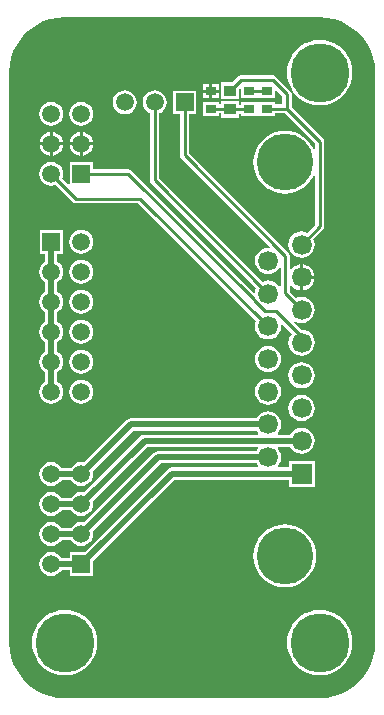
<source format=gtl>
G04 Layer_Physical_Order=1*
G04 Layer_Color=255*
%FSLAX24Y24*%
%MOIN*%
G70*
G01*
G75*
%ADD10R,0.0354X0.0276*%
%ADD11R,0.0394X0.0374*%
%ADD12C,0.0100*%
%ADD13C,0.0200*%
%ADD14R,0.0665X0.0665*%
%ADD15C,0.0665*%
%ADD16C,0.1890*%
%ADD17C,0.0591*%
%ADD18R,0.0591X0.0591*%
%ADD19R,0.0591X0.0591*%
%ADD20C,0.1969*%
G36*
X8741Y20833D02*
X8979Y20786D01*
X9208Y20708D01*
X9424Y20601D01*
X9626Y20467D01*
X9807Y20307D01*
X9967Y20126D01*
X10101Y19924D01*
X10208Y19708D01*
X10286Y19479D01*
X10333Y19241D01*
X10348Y19007D01*
X10347Y19000D01*
Y0D01*
X10348Y-7D01*
X10333Y-241D01*
X10286Y-479D01*
X10208Y-708D01*
X10101Y-924D01*
X9967Y-1126D01*
X9807Y-1307D01*
X9626Y-1467D01*
X9424Y-1601D01*
X9208Y-1708D01*
X8979Y-1786D01*
X8741Y-1833D01*
X8507Y-1848D01*
X8500Y-1847D01*
X0D01*
X-7Y-1848D01*
X-241Y-1833D01*
X-479Y-1786D01*
X-708Y-1708D01*
X-924Y-1601D01*
X-1126Y-1467D01*
X-1307Y-1307D01*
X-1467Y-1126D01*
X-1601Y-924D01*
X-1708Y-708D01*
X-1786Y-479D01*
X-1833Y-241D01*
X-1848Y-7D01*
X-1847Y0D01*
Y19000D01*
X-1848Y19007D01*
X-1833Y19241D01*
X-1786Y19479D01*
X-1708Y19708D01*
X-1601Y19924D01*
X-1467Y20126D01*
X-1307Y20307D01*
X-1126Y20467D01*
X-924Y20601D01*
X-708Y20708D01*
X-479Y20786D01*
X-241Y20833D01*
X-7Y20848D01*
X0Y20847D01*
X8500D01*
X8507Y20848D01*
X8741Y20833D01*
D02*
G37*
%LPC*%
G36*
X559Y10758D02*
X456Y10745D01*
X360Y10705D01*
X277Y10642D01*
X214Y10559D01*
X174Y10463D01*
X160Y10360D01*
X174Y10257D01*
X214Y10160D01*
X277Y10078D01*
X360Y10014D01*
X456Y9975D01*
X559Y9961D01*
X662Y9975D01*
X758Y10014D01*
X841Y10078D01*
X904Y10160D01*
X944Y10257D01*
X958Y10360D01*
X944Y10463D01*
X904Y10559D01*
X841Y10642D01*
X758Y10705D01*
X662Y10745D01*
X559Y10758D01*
D02*
G37*
G36*
Y11758D02*
X456Y11745D01*
X360Y11705D01*
X277Y11642D01*
X214Y11559D01*
X174Y11463D01*
X160Y11360D01*
X174Y11257D01*
X214Y11160D01*
X277Y11078D01*
X360Y11014D01*
X456Y10975D01*
X559Y10961D01*
X662Y10975D01*
X758Y11014D01*
X841Y11078D01*
X904Y11160D01*
X944Y11257D01*
X958Y11360D01*
X944Y11463D01*
X904Y11559D01*
X841Y11642D01*
X758Y11705D01*
X662Y11745D01*
X559Y11758D01*
D02*
G37*
G36*
Y9758D02*
X456Y9745D01*
X360Y9705D01*
X277Y9642D01*
X214Y9559D01*
X174Y9463D01*
X160Y9360D01*
X174Y9257D01*
X214Y9160D01*
X277Y9078D01*
X360Y9014D01*
X456Y8975D01*
X559Y8961D01*
X662Y8975D01*
X758Y9014D01*
X841Y9078D01*
X904Y9160D01*
X944Y9257D01*
X958Y9360D01*
X944Y9463D01*
X904Y9559D01*
X841Y9642D01*
X758Y9705D01*
X662Y9745D01*
X559Y9758D01*
D02*
G37*
G36*
X6781Y9886D02*
X6668Y9872D01*
X6563Y9828D01*
X6473Y9759D01*
X6403Y9668D01*
X6360Y9563D01*
X6345Y9450D01*
X6360Y9337D01*
X6403Y9232D01*
X6473Y9141D01*
X6563Y9072D01*
X6668Y9028D01*
X6781Y9014D01*
X6894Y9028D01*
X6999Y9072D01*
X7090Y9141D01*
X7159Y9232D01*
X7203Y9337D01*
X7218Y9450D01*
X7203Y9563D01*
X7159Y9668D01*
X7090Y9759D01*
X6999Y9828D01*
X6894Y9872D01*
X6781Y9886D01*
D02*
G37*
G36*
X559Y12758D02*
X456Y12745D01*
X360Y12705D01*
X277Y12642D01*
X214Y12559D01*
X174Y12463D01*
X160Y12360D01*
X174Y12257D01*
X214Y12160D01*
X277Y12078D01*
X360Y12014D01*
X456Y11975D01*
X559Y11961D01*
X662Y11975D01*
X758Y12014D01*
X841Y12078D01*
X904Y12160D01*
X944Y12257D01*
X958Y12360D01*
X944Y12463D01*
X904Y12559D01*
X841Y12642D01*
X758Y12705D01*
X662Y12745D01*
X559Y12758D01*
D02*
G37*
G36*
X7949Y12606D02*
Y12226D01*
X8329D01*
X8321Y12289D01*
X8277Y12395D01*
X8208Y12485D01*
X8117Y12554D01*
X8012Y12598D01*
X7949Y12606D01*
D02*
G37*
G36*
X3000Y18402D02*
X2897Y18388D01*
X2801Y18348D01*
X2718Y18285D01*
X2655Y18202D01*
X2615Y18106D01*
X2601Y18003D01*
X2615Y17900D01*
X2655Y17804D01*
X2718Y17721D01*
X2801Y17658D01*
X2847Y17638D01*
Y15412D01*
X2859Y15354D01*
X2892Y15304D01*
X6387Y11809D01*
X6360Y11744D01*
X6352Y11685D01*
X6299Y11667D01*
X2238Y15728D01*
X2189Y15761D01*
X2130Y15773D01*
X954D01*
Y16015D01*
X164D01*
Y15297D01*
X117Y15278D01*
X-75Y15470D01*
X-56Y15517D01*
X-42Y15620D01*
X-56Y15723D01*
X-96Y15819D01*
X-159Y15902D01*
X-242Y15965D01*
X-338Y16005D01*
X-441Y16018D01*
X-544Y16005D01*
X-640Y15965D01*
X-723Y15902D01*
X-786Y15819D01*
X-826Y15723D01*
X-840Y15620D01*
X-826Y15517D01*
X-786Y15420D01*
X-723Y15338D01*
X-640Y15275D01*
X-544Y15235D01*
X-441Y15221D01*
X-338Y15235D01*
X-291Y15254D01*
X271Y14692D01*
X320Y14659D01*
X379Y14647D01*
X2458D01*
X6387Y10719D01*
X6360Y10654D01*
X6345Y10541D01*
X6360Y10428D01*
X6403Y10322D01*
X6473Y10232D01*
X6563Y10163D01*
X6668Y10119D01*
X6781Y10104D01*
X6894Y10119D01*
X6999Y10163D01*
X7090Y10232D01*
X7159Y10322D01*
X7203Y10428D01*
X7218Y10541D01*
X7209Y10604D01*
X7257Y10627D01*
X7586Y10298D01*
X7521Y10213D01*
X7478Y10108D01*
X7463Y9995D01*
X7478Y9882D01*
X7521Y9777D01*
X7591Y9687D01*
X7681Y9617D01*
X7786Y9574D01*
X7899Y9559D01*
X8012Y9574D01*
X8117Y9617D01*
X8208Y9687D01*
X8277Y9777D01*
X8321Y9882D01*
X8336Y9995D01*
X8321Y10108D01*
X8277Y10213D01*
X8208Y10304D01*
X8117Y10373D01*
X8012Y10417D01*
X7899Y10432D01*
X7886Y10430D01*
X7640Y10676D01*
X7673Y10714D01*
X7681Y10708D01*
X7786Y10664D01*
X7899Y10649D01*
X8012Y10664D01*
X8117Y10708D01*
X8208Y10777D01*
X8277Y10868D01*
X8321Y10973D01*
X8336Y11086D01*
X8321Y11199D01*
X8277Y11304D01*
X8208Y11394D01*
X8117Y11464D01*
X8012Y11507D01*
X7899Y11522D01*
X7786Y11507D01*
X7721Y11480D01*
X7503Y11698D01*
Y11900D01*
X7553Y11917D01*
X7591Y11868D01*
X7681Y11798D01*
X7786Y11755D01*
X7849Y11747D01*
Y12176D01*
Y12606D01*
X7786Y12598D01*
X7681Y12554D01*
X7591Y12485D01*
X7553Y12436D01*
X7503Y12453D01*
Y12900D01*
X7491Y12959D01*
X7458Y13008D01*
X4153Y16313D01*
Y17608D01*
X4395D01*
Y18398D01*
X3605D01*
Y17608D01*
X3847D01*
Y16250D01*
X3859Y16191D01*
X3892Y16142D01*
X6835Y13199D01*
X6813Y13154D01*
X6781Y13158D01*
X6668Y13143D01*
X6563Y13100D01*
X6473Y13030D01*
X6403Y12940D01*
X6360Y12835D01*
X6345Y12722D01*
X6360Y12609D01*
X6403Y12503D01*
X6473Y12413D01*
X6563Y12344D01*
X6668Y12300D01*
X6781Y12285D01*
X6894Y12300D01*
X6999Y12344D01*
X7090Y12413D01*
X7147Y12488D01*
X7197Y12471D01*
Y11882D01*
X7147Y11865D01*
X7090Y11940D01*
X6999Y12009D01*
X6894Y12053D01*
X6781Y12068D01*
X6668Y12053D01*
X6603Y12026D01*
X3153Y15476D01*
Y17638D01*
X3199Y17658D01*
X3282Y17721D01*
X3345Y17804D01*
X3385Y17900D01*
X3399Y18003D01*
X3385Y18106D01*
X3345Y18202D01*
X3282Y18285D01*
X3199Y18348D01*
X3103Y18388D01*
X3000Y18402D01*
D02*
G37*
G36*
X8329Y12126D02*
X7949D01*
Y11747D01*
X8012Y11755D01*
X8117Y11798D01*
X8208Y11868D01*
X8277Y11958D01*
X8321Y12063D01*
X8329Y12126D01*
D02*
G37*
G36*
X7899Y9341D02*
X7786Y9326D01*
X7681Y9283D01*
X7591Y9213D01*
X7521Y9123D01*
X7478Y9018D01*
X7463Y8905D01*
X7478Y8792D01*
X7521Y8687D01*
X7591Y8596D01*
X7681Y8527D01*
X7786Y8483D01*
X7899Y8468D01*
X8012Y8483D01*
X8117Y8527D01*
X8208Y8596D01*
X8277Y8687D01*
X8321Y8792D01*
X8336Y8905D01*
X8321Y9018D01*
X8277Y9123D01*
X8208Y9213D01*
X8117Y9283D01*
X8012Y9326D01*
X7899Y9341D01*
D02*
G37*
G36*
X7340Y3939D02*
X7176Y3926D01*
X7016Y3888D01*
X6864Y3825D01*
X6724Y3739D01*
X6599Y3632D01*
X6492Y3507D01*
X6406Y3367D01*
X6343Y3215D01*
X6305Y3055D01*
X6292Y2891D01*
X6305Y2727D01*
X6343Y2567D01*
X6406Y2415D01*
X6492Y2275D01*
X6599Y2150D01*
X6724Y2043D01*
X6864Y1957D01*
X7016Y1894D01*
X7176Y1856D01*
X7340Y1843D01*
X7504Y1856D01*
X7664Y1894D01*
X7816Y1957D01*
X7956Y2043D01*
X8081Y2150D01*
X8188Y2275D01*
X8274Y2415D01*
X8337Y2567D01*
X8375Y2727D01*
X8388Y2891D01*
X8375Y3055D01*
X8337Y3215D01*
X8274Y3367D01*
X8188Y3507D01*
X8081Y3632D01*
X7956Y3739D01*
X7816Y3825D01*
X7664Y3888D01*
X7504Y3926D01*
X7340Y3939D01*
D02*
G37*
G36*
X6781Y7705D02*
X6668Y7690D01*
X6563Y7647D01*
X6473Y7577D01*
X6403Y7487D01*
X6397Y7473D01*
X2211D01*
X2133Y7457D01*
X2067Y7413D01*
X656Y6002D01*
X559Y6015D01*
X456Y6002D01*
X360Y5962D01*
X277Y5899D01*
X217Y5821D01*
X-99D01*
X-159Y5899D01*
X-242Y5962D01*
X-338Y6002D01*
X-441Y6015D01*
X-544Y6002D01*
X-640Y5962D01*
X-723Y5899D01*
X-786Y5816D01*
X-826Y5720D01*
X-840Y5617D01*
X-826Y5513D01*
X-786Y5417D01*
X-723Y5335D01*
X-640Y5271D01*
X-544Y5232D01*
X-441Y5218D01*
X-338Y5232D01*
X-242Y5271D01*
X-159Y5335D01*
X-99Y5413D01*
X217D01*
X277Y5335D01*
X360Y5271D01*
X456Y5232D01*
X559Y5218D01*
X662Y5232D01*
X758Y5271D01*
X841Y5335D01*
X904Y5417D01*
X944Y5513D01*
X958Y5617D01*
X945Y5714D01*
X2296Y7065D01*
X6397D01*
X6403Y7051D01*
X6459Y6978D01*
X6437Y6928D01*
X2666D01*
X2588Y6912D01*
X2522Y6868D01*
X656Y5002D01*
X559Y5015D01*
X456Y5002D01*
X360Y4962D01*
X277Y4899D01*
X217Y4821D01*
X-99D01*
X-159Y4899D01*
X-242Y4962D01*
X-338Y5002D01*
X-441Y5015D01*
X-544Y5002D01*
X-640Y4962D01*
X-723Y4899D01*
X-786Y4816D01*
X-826Y4720D01*
X-840Y4617D01*
X-826Y4513D01*
X-786Y4417D01*
X-723Y4335D01*
X-640Y4271D01*
X-544Y4232D01*
X-441Y4218D01*
X-338Y4232D01*
X-242Y4271D01*
X-159Y4335D01*
X-99Y4413D01*
X217D01*
X277Y4335D01*
X360Y4271D01*
X456Y4232D01*
X559Y4218D01*
X662Y4232D01*
X758Y4271D01*
X841Y4335D01*
X904Y4417D01*
X944Y4513D01*
X958Y4617D01*
X945Y4714D01*
X2750Y6520D01*
X6437D01*
X6459Y6470D01*
X6403Y6397D01*
X6397Y6382D01*
X3121D01*
X3043Y6367D01*
X2977Y6323D01*
X656Y4002D01*
X559Y4015D01*
X456Y4002D01*
X360Y3962D01*
X277Y3899D01*
X217Y3821D01*
X-99D01*
X-159Y3899D01*
X-242Y3962D01*
X-338Y4002D01*
X-441Y4015D01*
X-544Y4002D01*
X-640Y3962D01*
X-723Y3899D01*
X-786Y3816D01*
X-826Y3720D01*
X-840Y3617D01*
X-826Y3513D01*
X-786Y3417D01*
X-723Y3335D01*
X-640Y3271D01*
X-544Y3232D01*
X-441Y3218D01*
X-338Y3232D01*
X-242Y3271D01*
X-159Y3335D01*
X-99Y3413D01*
X217D01*
X277Y3335D01*
X360Y3271D01*
X456Y3232D01*
X559Y3218D01*
X662Y3232D01*
X758Y3271D01*
X841Y3335D01*
X904Y3417D01*
X944Y3513D01*
X958Y3617D01*
X945Y3714D01*
X3205Y5974D01*
X6397D01*
X6403Y5960D01*
X6459Y5887D01*
X6437Y5837D01*
X3575D01*
X3497Y5821D01*
X3431Y5777D01*
X666Y3012D01*
X164D01*
Y2821D01*
X-99D01*
X-159Y2899D01*
X-242Y2962D01*
X-338Y3002D01*
X-441Y3015D01*
X-544Y3002D01*
X-640Y2962D01*
X-723Y2899D01*
X-786Y2816D01*
X-826Y2720D01*
X-840Y2617D01*
X-826Y2513D01*
X-786Y2417D01*
X-723Y2335D01*
X-640Y2271D01*
X-544Y2232D01*
X-441Y2218D01*
X-338Y2232D01*
X-242Y2271D01*
X-159Y2335D01*
X-99Y2413D01*
X164D01*
Y2221D01*
X954D01*
Y2724D01*
X3660Y5429D01*
X7467D01*
Y5200D01*
X8332D01*
Y6066D01*
X7467D01*
Y5837D01*
X7125D01*
X7103Y5887D01*
X7159Y5960D01*
X7203Y6065D01*
X7218Y6178D01*
X7203Y6291D01*
X7159Y6397D01*
X7103Y6470D01*
X7125Y6520D01*
X7515D01*
X7521Y6505D01*
X7591Y6415D01*
X7681Y6346D01*
X7786Y6302D01*
X7899Y6287D01*
X8012Y6302D01*
X8117Y6346D01*
X8208Y6415D01*
X8277Y6505D01*
X8321Y6611D01*
X8336Y6724D01*
X8321Y6837D01*
X8277Y6942D01*
X8208Y7032D01*
X8117Y7102D01*
X8012Y7145D01*
X7899Y7160D01*
X7786Y7145D01*
X7681Y7102D01*
X7591Y7032D01*
X7521Y6942D01*
X7515Y6928D01*
X7125D01*
X7103Y6978D01*
X7159Y7051D01*
X7203Y7156D01*
X7218Y7269D01*
X7203Y7382D01*
X7159Y7487D01*
X7090Y7577D01*
X6999Y7647D01*
X6894Y7690D01*
X6781Y7705D01*
D02*
G37*
G36*
X0Y1088D02*
X-170Y1074D01*
X-336Y1034D01*
X-494Y969D01*
X-639Y880D01*
X-769Y769D01*
X-880Y639D01*
X-969Y494D01*
X-1034Y336D01*
X-1074Y170D01*
X-1088Y0D01*
X-1074Y-170D01*
X-1034Y-336D01*
X-969Y-494D01*
X-880Y-639D01*
X-769Y-769D01*
X-639Y-880D01*
X-494Y-969D01*
X-336Y-1034D01*
X-170Y-1074D01*
X0Y-1088D01*
X170Y-1074D01*
X336Y-1034D01*
X494Y-969D01*
X639Y-880D01*
X769Y-769D01*
X880Y-639D01*
X969Y-494D01*
X1034Y-336D01*
X1074Y-170D01*
X1088Y0D01*
X1074Y170D01*
X1034Y336D01*
X969Y494D01*
X880Y639D01*
X769Y769D01*
X639Y880D01*
X494Y969D01*
X336Y1034D01*
X170Y1074D01*
X0Y1088D01*
D02*
G37*
G36*
X8500D02*
X8330Y1074D01*
X8164Y1034D01*
X8006Y969D01*
X7861Y880D01*
X7731Y769D01*
X7620Y639D01*
X7531Y494D01*
X7466Y336D01*
X7426Y170D01*
X7412Y0D01*
X7426Y-170D01*
X7466Y-336D01*
X7531Y-494D01*
X7620Y-639D01*
X7731Y-769D01*
X7861Y-880D01*
X8006Y-969D01*
X8164Y-1034D01*
X8330Y-1074D01*
X8500Y-1088D01*
X8670Y-1074D01*
X8836Y-1034D01*
X8994Y-969D01*
X9139Y-880D01*
X9269Y-769D01*
X9380Y-639D01*
X9469Y-494D01*
X9534Y-336D01*
X9574Y-170D01*
X9588Y0D01*
X9574Y170D01*
X9534Y336D01*
X9469Y494D01*
X9380Y639D01*
X9269Y769D01*
X9139Y880D01*
X8994Y969D01*
X8836Y1034D01*
X8670Y1074D01*
X8500Y1088D01*
D02*
G37*
G36*
X-46Y13755D02*
X-836D01*
Y12964D01*
X-645D01*
Y12701D01*
X-723Y12642D01*
X-786Y12559D01*
X-826Y12463D01*
X-840Y12360D01*
X-826Y12257D01*
X-786Y12160D01*
X-723Y12078D01*
X-645Y12018D01*
Y11701D01*
X-723Y11642D01*
X-786Y11559D01*
X-826Y11463D01*
X-840Y11360D01*
X-826Y11257D01*
X-786Y11160D01*
X-723Y11078D01*
X-645Y11018D01*
Y10701D01*
X-723Y10642D01*
X-786Y10559D01*
X-826Y10463D01*
X-840Y10360D01*
X-826Y10257D01*
X-786Y10160D01*
X-723Y10078D01*
X-645Y10018D01*
Y9701D01*
X-723Y9642D01*
X-786Y9559D01*
X-826Y9463D01*
X-840Y9360D01*
X-826Y9257D01*
X-786Y9160D01*
X-723Y9078D01*
X-645Y9018D01*
Y8701D01*
X-723Y8642D01*
X-786Y8559D01*
X-826Y8463D01*
X-840Y8360D01*
X-826Y8257D01*
X-786Y8160D01*
X-723Y8078D01*
X-640Y8014D01*
X-544Y7975D01*
X-441Y7961D01*
X-338Y7975D01*
X-242Y8014D01*
X-159Y8078D01*
X-96Y8160D01*
X-56Y8257D01*
X-42Y8360D01*
X-56Y8463D01*
X-96Y8559D01*
X-159Y8642D01*
X-237Y8701D01*
Y9018D01*
X-159Y9078D01*
X-96Y9160D01*
X-56Y9257D01*
X-42Y9360D01*
X-56Y9463D01*
X-96Y9559D01*
X-159Y9642D01*
X-237Y9701D01*
Y10018D01*
X-159Y10078D01*
X-96Y10160D01*
X-56Y10257D01*
X-42Y10360D01*
X-56Y10463D01*
X-96Y10559D01*
X-159Y10642D01*
X-237Y10701D01*
Y11018D01*
X-159Y11078D01*
X-96Y11160D01*
X-56Y11257D01*
X-42Y11360D01*
X-56Y11463D01*
X-96Y11559D01*
X-159Y11642D01*
X-237Y11701D01*
Y12018D01*
X-159Y12078D01*
X-96Y12160D01*
X-56Y12257D01*
X-42Y12360D01*
X-56Y12463D01*
X-96Y12559D01*
X-159Y12642D01*
X-237Y12701D01*
Y12964D01*
X-46D01*
Y13755D01*
D02*
G37*
G36*
X559Y8758D02*
X456Y8745D01*
X360Y8705D01*
X277Y8642D01*
X214Y8559D01*
X174Y8463D01*
X160Y8360D01*
X174Y8257D01*
X214Y8160D01*
X277Y8078D01*
X360Y8014D01*
X456Y7975D01*
X559Y7961D01*
X662Y7975D01*
X758Y8014D01*
X841Y8078D01*
X904Y8160D01*
X944Y8257D01*
X958Y8360D01*
X944Y8463D01*
X904Y8559D01*
X841Y8642D01*
X758Y8705D01*
X662Y8745D01*
X559Y8758D01*
D02*
G37*
G36*
X7899Y8251D02*
X7786Y8236D01*
X7681Y8192D01*
X7591Y8123D01*
X7521Y8032D01*
X7478Y7927D01*
X7463Y7814D01*
X7478Y7701D01*
X7521Y7596D01*
X7591Y7506D01*
X7681Y7436D01*
X7786Y7393D01*
X7899Y7378D01*
X8012Y7393D01*
X8117Y7436D01*
X8208Y7506D01*
X8277Y7596D01*
X8321Y7701D01*
X8336Y7814D01*
X8321Y7927D01*
X8277Y8032D01*
X8208Y8123D01*
X8117Y8192D01*
X8012Y8236D01*
X7899Y8251D01*
D02*
G37*
G36*
X6781Y8796D02*
X6668Y8781D01*
X6563Y8737D01*
X6473Y8668D01*
X6403Y8578D01*
X6360Y8472D01*
X6345Y8359D01*
X6360Y8246D01*
X6403Y8141D01*
X6473Y8051D01*
X6563Y7982D01*
X6668Y7938D01*
X6781Y7923D01*
X6894Y7938D01*
X6999Y7982D01*
X7090Y8051D01*
X7159Y8141D01*
X7203Y8246D01*
X7218Y8359D01*
X7203Y8472D01*
X7159Y8578D01*
X7090Y8668D01*
X6999Y8737D01*
X6894Y8781D01*
X6781Y8796D01*
D02*
G37*
G36*
X559Y13758D02*
X456Y13745D01*
X360Y13705D01*
X277Y13642D01*
X214Y13559D01*
X174Y13463D01*
X160Y13360D01*
X174Y13257D01*
X214Y13160D01*
X277Y13078D01*
X360Y13014D01*
X456Y12975D01*
X559Y12961D01*
X662Y12975D01*
X758Y13014D01*
X841Y13078D01*
X904Y13160D01*
X944Y13257D01*
X958Y13360D01*
X944Y13463D01*
X904Y13559D01*
X841Y13642D01*
X758Y13705D01*
X662Y13745D01*
X559Y13758D01*
D02*
G37*
G36*
X8500Y20088D02*
X8330Y20074D01*
X8164Y20034D01*
X8006Y19969D01*
X7861Y19880D01*
X7731Y19769D01*
X7620Y19639D01*
X7531Y19494D01*
X7466Y19336D01*
X7426Y19170D01*
X7412Y19000D01*
X7426Y18830D01*
X7466Y18664D01*
X7531Y18506D01*
X7620Y18361D01*
X7731Y18231D01*
X7861Y18120D01*
X8006Y18031D01*
X8164Y17966D01*
X8330Y17926D01*
X8500Y17912D01*
X8670Y17926D01*
X8836Y17966D01*
X8994Y18031D01*
X9139Y18120D01*
X9269Y18231D01*
X9380Y18361D01*
X9469Y18506D01*
X9534Y18664D01*
X9574Y18830D01*
X9588Y19000D01*
X9574Y19170D01*
X9534Y19336D01*
X9469Y19494D01*
X9380Y19639D01*
X9269Y19769D01*
X9139Y19880D01*
X8994Y19969D01*
X8836Y20034D01*
X8670Y20074D01*
X8500Y20088D01*
D02*
G37*
G36*
X6950Y18903D02*
X5869D01*
X5810Y18891D01*
X5760Y18858D01*
X5588Y18686D01*
X5220D01*
Y18112D01*
X5814D01*
Y18456D01*
X5831Y18469D01*
X5881Y18444D01*
Y18141D01*
X6436D01*
Y18141D01*
X6454Y18141D01*
Y18141D01*
X7008D01*
Y18410D01*
X7054Y18429D01*
X7259Y18225D01*
Y17941D01*
X7008D01*
Y18026D01*
X6486D01*
X6454Y18026D01*
X6404Y18026D01*
X5881D01*
Y17922D01*
X5814D01*
Y18056D01*
X5220D01*
Y17941D01*
X5153D01*
Y18026D01*
X4599D01*
Y17550D01*
X5153D01*
Y17635D01*
X5220D01*
Y17482D01*
X5814D01*
Y17616D01*
X5881D01*
Y17550D01*
X6404D01*
X6436Y17550D01*
X6486Y17550D01*
X7008D01*
Y17635D01*
X7348D01*
X8347Y16637D01*
Y16439D01*
X8297Y16429D01*
X8274Y16485D01*
X8188Y16625D01*
X8081Y16750D01*
X7956Y16857D01*
X7816Y16943D01*
X7664Y17006D01*
X7504Y17044D01*
X7340Y17057D01*
X7176Y17044D01*
X7016Y17006D01*
X6864Y16943D01*
X6724Y16857D01*
X6599Y16750D01*
X6492Y16625D01*
X6406Y16485D01*
X6343Y16333D01*
X6305Y16173D01*
X6292Y16009D01*
X6305Y15845D01*
X6343Y15685D01*
X6406Y15533D01*
X6492Y15393D01*
X6599Y15268D01*
X6724Y15161D01*
X6864Y15075D01*
X7016Y15012D01*
X7176Y14974D01*
X7340Y14961D01*
X7504Y14974D01*
X7664Y15012D01*
X7816Y15075D01*
X7956Y15161D01*
X8081Y15268D01*
X8188Y15393D01*
X8274Y15533D01*
X8297Y15589D01*
X8347Y15579D01*
Y13931D01*
X8077Y13661D01*
X8012Y13688D01*
X7899Y13703D01*
X7786Y13688D01*
X7681Y13645D01*
X7591Y13576D01*
X7521Y13485D01*
X7478Y13380D01*
X7463Y13267D01*
X7478Y13154D01*
X7521Y13049D01*
X7591Y12958D01*
X7681Y12889D01*
X7786Y12845D01*
X7899Y12831D01*
X8012Y12845D01*
X8117Y12889D01*
X8208Y12958D01*
X8277Y13049D01*
X8321Y13154D01*
X8336Y13267D01*
X8321Y13380D01*
X8294Y13445D01*
X8608Y13760D01*
X8641Y13809D01*
X8653Y13868D01*
Y16700D01*
X8641Y16759D01*
X8608Y16808D01*
X7565Y17852D01*
Y18288D01*
X7553Y18347D01*
X7520Y18396D01*
X7058Y18858D01*
X7009Y18891D01*
X6950Y18903D01*
D02*
G37*
G36*
X559Y18018D02*
X456Y18005D01*
X360Y17965D01*
X277Y17902D01*
X214Y17819D01*
X174Y17723D01*
X160Y17620D01*
X174Y17517D01*
X214Y17420D01*
X277Y17338D01*
X360Y17275D01*
X456Y17235D01*
X559Y17221D01*
X662Y17235D01*
X758Y17275D01*
X841Y17338D01*
X904Y17420D01*
X944Y17517D01*
X958Y17620D01*
X944Y17723D01*
X904Y17819D01*
X841Y17902D01*
X758Y17965D01*
X662Y18005D01*
X559Y18018D01*
D02*
G37*
G36*
X2000Y18402D02*
X1897Y18388D01*
X1801Y18348D01*
X1718Y18285D01*
X1655Y18202D01*
X1615Y18106D01*
X1601Y18003D01*
X1615Y17900D01*
X1655Y17804D01*
X1718Y17721D01*
X1801Y17658D01*
X1897Y17618D01*
X2000Y17604D01*
X2103Y17618D01*
X2199Y17658D01*
X2282Y17721D01*
X2345Y17804D01*
X2385Y17900D01*
X2399Y18003D01*
X2385Y18106D01*
X2345Y18202D01*
X2282Y18285D01*
X2199Y18348D01*
X2103Y18388D01*
X2000Y18402D01*
D02*
G37*
G36*
X4826Y18617D02*
X4599D01*
Y18429D01*
X4826D01*
Y18617D01*
D02*
G37*
G36*
X5153D02*
X4926D01*
Y18429D01*
X5153D01*
Y18617D01*
D02*
G37*
G36*
X4826Y18329D02*
X4599D01*
Y18141D01*
X4826D01*
Y18329D01*
D02*
G37*
G36*
X5153D02*
X4926D01*
Y18141D01*
X5153D01*
Y18329D01*
D02*
G37*
G36*
X-441Y18018D02*
X-544Y18005D01*
X-640Y17965D01*
X-723Y17902D01*
X-786Y17819D01*
X-826Y17723D01*
X-840Y17620D01*
X-826Y17517D01*
X-786Y17420D01*
X-723Y17338D01*
X-640Y17275D01*
X-544Y17235D01*
X-441Y17221D01*
X-338Y17235D01*
X-242Y17275D01*
X-159Y17338D01*
X-96Y17420D01*
X-56Y17517D01*
X-42Y17620D01*
X-56Y17723D01*
X-96Y17819D01*
X-159Y17902D01*
X-242Y17965D01*
X-338Y18005D01*
X-441Y18018D01*
D02*
G37*
G36*
X-49Y16570D02*
X-391D01*
Y16228D01*
X-338Y16235D01*
X-242Y16275D01*
X-159Y16338D01*
X-96Y16420D01*
X-56Y16517D01*
X-49Y16570D01*
D02*
G37*
G36*
X951D02*
X609D01*
Y16228D01*
X662Y16235D01*
X758Y16275D01*
X841Y16338D01*
X904Y16420D01*
X944Y16517D01*
X951Y16570D01*
D02*
G37*
G36*
X-491D02*
X-833D01*
X-826Y16517D01*
X-786Y16420D01*
X-723Y16338D01*
X-640Y16275D01*
X-544Y16235D01*
X-491Y16228D01*
Y16570D01*
D02*
G37*
G36*
X509D02*
X167D01*
X174Y16517D01*
X214Y16420D01*
X277Y16338D01*
X360Y16275D01*
X456Y16235D01*
X509Y16228D01*
Y16570D01*
D02*
G37*
G36*
X-391Y17012D02*
Y16670D01*
X-49D01*
X-56Y16723D01*
X-96Y16819D01*
X-159Y16902D01*
X-242Y16965D01*
X-338Y17005D01*
X-391Y17012D01*
D02*
G37*
G36*
X609D02*
Y16670D01*
X951D01*
X944Y16723D01*
X904Y16819D01*
X841Y16902D01*
X758Y16965D01*
X662Y17005D01*
X609Y17012D01*
D02*
G37*
G36*
X-491Y17012D02*
X-544Y17005D01*
X-640Y16965D01*
X-723Y16902D01*
X-786Y16819D01*
X-826Y16723D01*
X-833Y16670D01*
X-491D01*
Y17012D01*
D02*
G37*
G36*
X509D02*
X456Y17005D01*
X360Y16965D01*
X277Y16902D01*
X214Y16819D01*
X174Y16723D01*
X167Y16670D01*
X509D01*
Y17012D01*
D02*
G37*
%LPD*%
D10*
X4876Y18379D02*
D03*
Y17788D02*
D03*
X6159Y17788D02*
D03*
Y18379D02*
D03*
X6731Y18379D02*
D03*
Y17788D02*
D03*
D11*
X5517Y17769D02*
D03*
Y18399D02*
D03*
D12*
X7412Y17788D02*
Y18288D01*
X6950Y18750D02*
X7412Y18288D01*
X5869Y18750D02*
X6950D01*
X5517Y18399D02*
X5869Y18750D01*
X7050Y11050D02*
X7899Y10201D01*
X6680Y11050D02*
X7050D01*
X6298Y11431D02*
X6680Y11050D01*
X379Y14800D02*
X2522D01*
X6298Y11431D02*
Y11452D01*
X2130Y15620D02*
X6298Y11452D01*
X559Y15620D02*
X2130D01*
X2522Y14800D02*
X6781Y10541D01*
X-441Y15620D02*
X379Y14800D01*
X7899Y9995D02*
Y10201D01*
X3000Y15412D02*
X6781Y11631D01*
X3000Y15412D02*
Y18003D01*
X4000Y16250D02*
X7350Y12900D01*
Y11635D02*
Y12900D01*
Y11635D02*
X7899Y11086D01*
X4000Y16250D02*
Y18003D01*
X7899Y13267D02*
X8500Y13868D01*
Y16700D01*
X7412Y17788D02*
X8500Y16700D01*
X6731Y17788D02*
X7412D01*
X6731Y18379D02*
X6731Y18379D01*
X6159Y18379D02*
X6731D01*
X6139Y17769D02*
X6159Y17788D01*
X5517Y17769D02*
X6139D01*
X5497Y17788D02*
X5517Y17769D01*
X4876Y17788D02*
X5497D01*
D13*
X-441Y12360D02*
Y13360D01*
Y11360D02*
Y12360D01*
Y10360D02*
Y11360D01*
Y9360D02*
Y10360D01*
Y8360D02*
Y9360D01*
Y5617D02*
X559D01*
X-441Y4617D02*
X559D01*
X-441Y3617D02*
X559D01*
X-441Y2617D02*
X559D01*
X3575Y5633D01*
X7899D01*
X559Y3617D02*
X3121Y6178D01*
X6781D01*
X559Y4617D02*
X2666Y6724D01*
X7899D01*
X559Y5617D02*
X2211Y7269D01*
X6781D01*
D14*
X7899Y5633D02*
D03*
D15*
X6781Y6178D02*
D03*
X7899Y6724D02*
D03*
X6781Y7269D02*
D03*
X7899Y7814D02*
D03*
X6781Y8359D02*
D03*
X7899Y8905D02*
D03*
X6781Y9450D02*
D03*
X7899Y9995D02*
D03*
X6781Y10541D02*
D03*
X7899Y11086D02*
D03*
X6781Y11631D02*
D03*
X7899Y12176D02*
D03*
X6781Y12722D02*
D03*
X7899Y13267D02*
D03*
D16*
X7340Y2891D02*
D03*
Y16009D02*
D03*
D17*
X-441Y5617D02*
D03*
X559D02*
D03*
X-441Y4617D02*
D03*
X559D02*
D03*
X-441Y3617D02*
D03*
X559D02*
D03*
X-441Y2617D02*
D03*
Y15620D02*
D03*
X559Y16620D02*
D03*
X-441D02*
D03*
X559Y17620D02*
D03*
X-441D02*
D03*
X3000Y18003D02*
D03*
X2000D02*
D03*
X559Y8360D02*
D03*
X-441D02*
D03*
X559Y9360D02*
D03*
X-441D02*
D03*
X559Y10360D02*
D03*
X-441D02*
D03*
X559Y11360D02*
D03*
X-441D02*
D03*
X559Y12360D02*
D03*
X-441D02*
D03*
X559Y13360D02*
D03*
D18*
Y2617D02*
D03*
Y15620D02*
D03*
X-441Y13360D02*
D03*
D19*
X4000Y18003D02*
D03*
D20*
X0Y0D02*
D03*
X8500D02*
D03*
Y19000D02*
D03*
M02*

</source>
